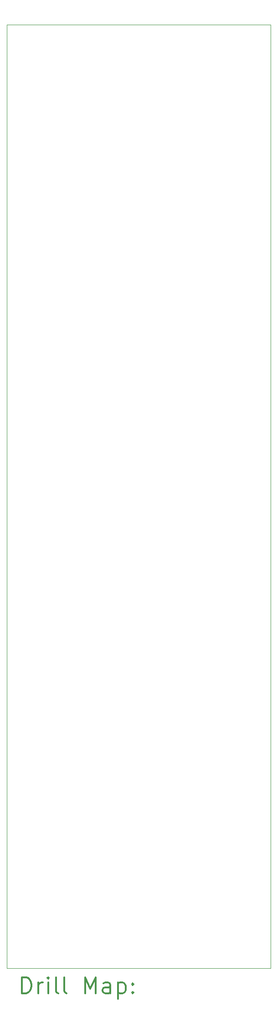
<source format=gbr>
%FSLAX45Y45*%
G04 Gerber Fmt 4.5, Leading zero omitted, Abs format (unit mm)*
G04 Created by KiCad (PCBNEW (5.1.5)-3) date 2020-05-19 17:07:37*
%MOMM*%
%LPD*%
G04 APERTURE LIST*
%TA.AperFunction,Profile*%
%ADD10C,0.050000*%
%TD*%
%ADD11C,0.200000*%
%ADD12C,0.300000*%
G04 APERTURE END LIST*
D10*
X7500000Y-19177000D02*
X7500000Y-1701800D01*
X12400000Y-19177000D02*
X7500000Y-19177000D01*
X12400000Y-1701800D02*
X12400000Y-19177000D01*
X7500000Y-1701800D02*
X12400000Y-1701800D01*
D11*
D12*
X7783928Y-19645214D02*
X7783928Y-19345214D01*
X7855357Y-19345214D01*
X7898214Y-19359500D01*
X7926786Y-19388072D01*
X7941071Y-19416643D01*
X7955357Y-19473786D01*
X7955357Y-19516643D01*
X7941071Y-19573786D01*
X7926786Y-19602357D01*
X7898214Y-19630929D01*
X7855357Y-19645214D01*
X7783928Y-19645214D01*
X8083928Y-19645214D02*
X8083928Y-19445214D01*
X8083928Y-19502357D02*
X8098214Y-19473786D01*
X8112500Y-19459500D01*
X8141071Y-19445214D01*
X8169643Y-19445214D01*
X8269643Y-19645214D02*
X8269643Y-19445214D01*
X8269643Y-19345214D02*
X8255357Y-19359500D01*
X8269643Y-19373786D01*
X8283928Y-19359500D01*
X8269643Y-19345214D01*
X8269643Y-19373786D01*
X8455357Y-19645214D02*
X8426786Y-19630929D01*
X8412500Y-19602357D01*
X8412500Y-19345214D01*
X8612500Y-19645214D02*
X8583928Y-19630929D01*
X8569643Y-19602357D01*
X8569643Y-19345214D01*
X8955357Y-19645214D02*
X8955357Y-19345214D01*
X9055357Y-19559500D01*
X9155357Y-19345214D01*
X9155357Y-19645214D01*
X9426786Y-19645214D02*
X9426786Y-19488072D01*
X9412500Y-19459500D01*
X9383928Y-19445214D01*
X9326786Y-19445214D01*
X9298214Y-19459500D01*
X9426786Y-19630929D02*
X9398214Y-19645214D01*
X9326786Y-19645214D01*
X9298214Y-19630929D01*
X9283928Y-19602357D01*
X9283928Y-19573786D01*
X9298214Y-19545214D01*
X9326786Y-19530929D01*
X9398214Y-19530929D01*
X9426786Y-19516643D01*
X9569643Y-19445214D02*
X9569643Y-19745214D01*
X9569643Y-19459500D02*
X9598214Y-19445214D01*
X9655357Y-19445214D01*
X9683928Y-19459500D01*
X9698214Y-19473786D01*
X9712500Y-19502357D01*
X9712500Y-19588072D01*
X9698214Y-19616643D01*
X9683928Y-19630929D01*
X9655357Y-19645214D01*
X9598214Y-19645214D01*
X9569643Y-19630929D01*
X9841071Y-19616643D02*
X9855357Y-19630929D01*
X9841071Y-19645214D01*
X9826786Y-19630929D01*
X9841071Y-19616643D01*
X9841071Y-19645214D01*
X9841071Y-19459500D02*
X9855357Y-19473786D01*
X9841071Y-19488072D01*
X9826786Y-19473786D01*
X9841071Y-19459500D01*
X9841071Y-19488072D01*
M02*

</source>
